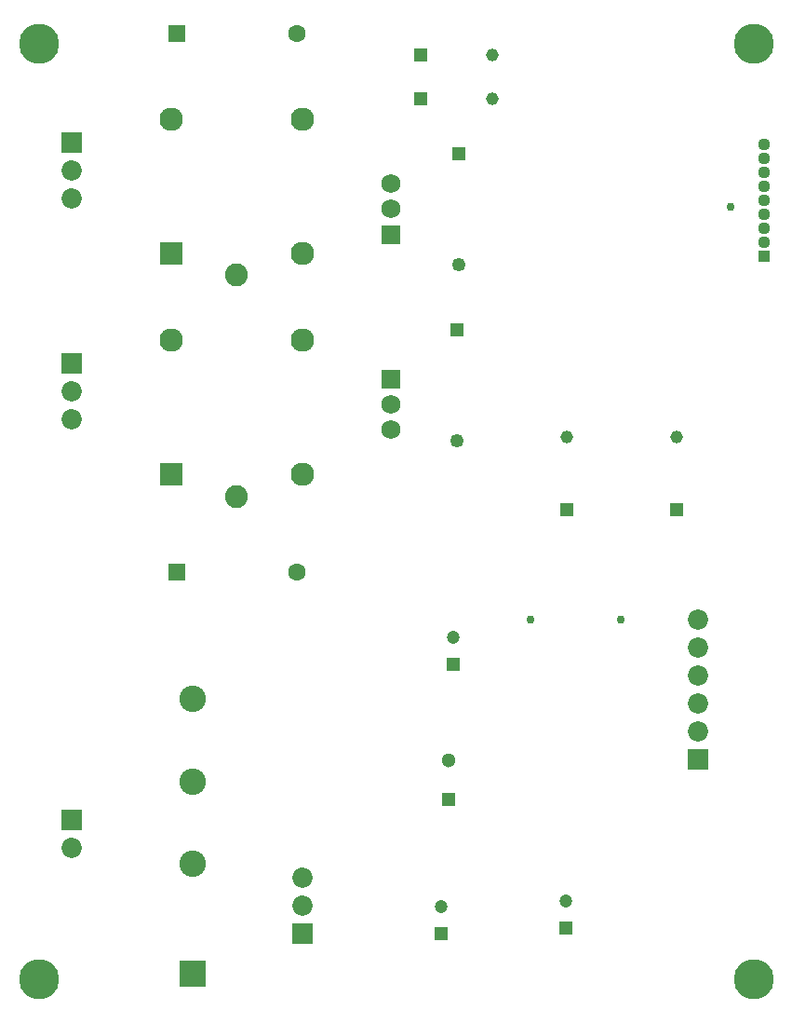
<source format=gbs>
G04*
G04 #@! TF.GenerationSoftware,Altium Limited,Altium Designer,22.1.2 (22)*
G04*
G04 Layer_Color=16711935*
%FSLAX43Y43*%
%MOMM*%
G71*
G04*
G04 #@! TF.SameCoordinates,B9ED1628-3B94-4FFD-BB59-448334CAC492*
G04*
G04*
G04 #@! TF.FilePolarity,Negative*
G04*
G01*
G75*
%ADD26C,1.200*%
%ADD27R,1.200X1.200*%
%ADD28C,1.300*%
%ADD29R,1.300X1.300*%
%ADD30C,1.120*%
%ADD31R,1.120X1.120*%
%ADD32R,1.850X1.850*%
%ADD33C,1.850*%
%ADD34R,1.150X1.150*%
%ADD35C,1.150*%
%ADD36C,2.130*%
%ADD37C,2.085*%
%ADD38R,2.130X2.130*%
%ADD39R,1.750X1.750*%
%ADD40C,1.750*%
%ADD41R,1.840X1.840*%
%ADD42C,1.840*%
%ADD43C,2.415*%
%ADD44R,2.415X2.415*%
%ADD45C,1.600*%
%ADD46R,1.600X1.600*%
%ADD47R,1.150X1.150*%
%ADD48C,1.250*%
%ADD49R,1.250X1.250*%
%ADD50C,0.750*%
%ADD51C,3.650*%
D26*
X51900Y11150D02*
D03*
X41700Y35100D02*
D03*
X40600Y10650D02*
D03*
D27*
X51900Y8650D02*
D03*
X41700Y32600D02*
D03*
X40600Y8150D02*
D03*
D28*
X41300Y23900D02*
D03*
D29*
Y20400D02*
D03*
D30*
X70000Y79890D02*
D03*
Y78620D02*
D03*
Y77350D02*
D03*
Y76080D02*
D03*
Y74810D02*
D03*
Y73540D02*
D03*
Y72270D02*
D03*
Y71000D02*
D03*
D31*
Y69730D02*
D03*
D32*
X7000Y80080D02*
D03*
Y60000D02*
D03*
X28007Y8164D02*
D03*
X7000Y18540D02*
D03*
D33*
Y77540D02*
D03*
Y75000D02*
D03*
Y57460D02*
D03*
Y54920D02*
D03*
X28007Y10704D02*
D03*
Y13244D02*
D03*
X7000Y16000D02*
D03*
D34*
X38720Y88000D02*
D03*
Y84000D02*
D03*
D35*
X45280Y88000D02*
D03*
Y84000D02*
D03*
X62000Y53280D02*
D03*
X52000D02*
D03*
D36*
X16000Y62100D02*
D03*
X28000D02*
D03*
Y49900D02*
D03*
X16000Y82200D02*
D03*
X28000D02*
D03*
Y70000D02*
D03*
D37*
X22000Y47900D02*
D03*
X22000Y68000D02*
D03*
D38*
X16000Y49900D02*
D03*
X16000Y70000D02*
D03*
D39*
X36000Y71710D02*
D03*
Y58580D02*
D03*
D40*
Y74000D02*
D03*
Y76290D02*
D03*
Y56290D02*
D03*
Y54000D02*
D03*
D41*
X64000Y24000D02*
D03*
D42*
Y26540D02*
D03*
Y29080D02*
D03*
Y31620D02*
D03*
Y34160D02*
D03*
Y36700D02*
D03*
D43*
X18000Y29500D02*
D03*
Y22000D02*
D03*
Y14500D02*
D03*
D44*
Y4500D02*
D03*
D45*
X27438Y41000D02*
D03*
Y90000D02*
D03*
D46*
X16562Y41000D02*
D03*
Y90000D02*
D03*
D47*
X62000Y46720D02*
D03*
X52000D02*
D03*
D48*
X42200Y69000D02*
D03*
X42000Y53000D02*
D03*
D49*
X42200Y79000D02*
D03*
X42000Y63000D02*
D03*
D50*
X56900Y36700D02*
D03*
X48700D02*
D03*
X66900Y74200D02*
D03*
D51*
X69000Y4000D02*
D03*
X4000D02*
D03*
Y89000D02*
D03*
X69000D02*
D03*
M02*

</source>
